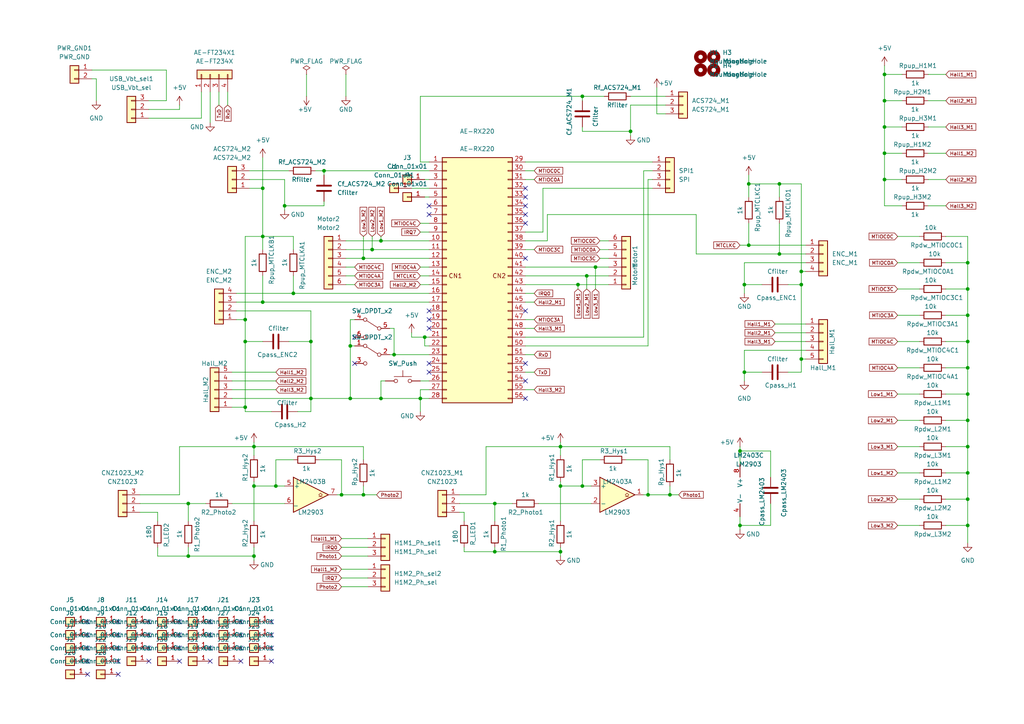
<source format=kicad_sch>
(kicad_sch (version 20211123) (generator eeschema)
  (paper "A4")
  (junction (at 168.91 27.94))
  (junction (at 215.9 82.55))
  (junction (at 256.54 44.45))
  (junction (at 280.67 106.68))
  (junction (at 214.63 152.4))
  (junction (at 143.51 160.02))
  (junction (at 187.96 143.51))
  (junction (at 232.41 104.14))
  (junction (at 105.41 143.51))
  (junction (at 162.56 160.02))
  (junction (at 71.12 118.11))
  (junction (at 121.92 115.57))
  (junction (at 101.6 115.57))
  (junction (at 73.66 140.97))
  (junction (at 110.49 115.57))
  (junction (at 280.67 114.3))
  (junction (at 280.67 121.92))
  (junction (at 93.98 49.53))
  (junction (at 123.19 97.79))
  (junction (at 280.67 129.54))
  (junction (at 194.31 143.51))
  (junction (at 82.55 59.69))
  (junction (at 217.17 71.12))
  (junction (at 280.67 91.44))
  (junction (at 80.01 140.97))
  (junction (at 280.67 152.4))
  (junction (at 143.51 146.05))
  (junction (at 256.54 29.21))
  (junction (at 76.2 87.63))
  (junction (at 232.41 78.74))
  (junction (at 90.17 115.57))
  (junction (at 73.66 161.29))
  (junction (at 232.41 82.55))
  (junction (at 54.61 146.05))
  (junction (at 280.67 99.06))
  (junction (at 162.56 140.97))
  (junction (at 280.67 144.78))
  (junction (at 280.67 137.16))
  (junction (at 226.06 53.34))
  (junction (at 54.61 161.29))
  (junction (at 90.17 99.06))
  (junction (at 215.9 107.95))
  (junction (at 172.72 77.47))
  (junction (at 280.67 83.82))
  (junction (at 110.49 69.85))
  (junction (at 167.64 82.55))
  (junction (at 101.6 100.33))
  (junction (at 256.54 21.59))
  (junction (at 226.06 73.66))
  (junction (at 71.12 92.71))
  (junction (at 162.56 129.54))
  (junction (at 256.54 52.07))
  (junction (at 256.54 36.83))
  (junction (at 168.91 140.97))
  (junction (at 71.12 99.06))
  (junction (at 76.2 54.61))
  (junction (at 280.67 76.2))
  (junction (at 114.3 102.87))
  (junction (at 73.66 129.54))
  (junction (at 214.63 130.81))
  (junction (at 170.18 80.01))
  (junction (at 182.88 38.1))
  (junction (at 105.41 74.93))
  (junction (at 217.17 53.34))
  (junction (at 107.95 72.39))
  (junction (at 76.2 68.58))
  (junction (at 85.09 85.09))
  (junction (at 99.06 143.51))
  (no_connect (at 78.74 184.15))
  (no_connect (at 25.4 195.58))
  (no_connect (at 60.96 184.15))
  (no_connect (at 25.4 191.77))
  (no_connect (at 102.87 97.79))
  (no_connect (at 78.74 191.77))
  (no_connect (at 34.29 195.58))
  (no_connect (at 25.4 187.96))
  (no_connect (at 52.07 180.34))
  (no_connect (at 152.4 59.69))
  (no_connect (at 69.85 191.77))
  (no_connect (at 43.18 180.34))
  (no_connect (at 34.29 180.34))
  (no_connect (at 69.85 180.34))
  (no_connect (at 25.4 180.34))
  (no_connect (at 52.07 191.77))
  (no_connect (at 152.4 57.15))
  (no_connect (at 124.46 59.69))
  (no_connect (at 124.46 105.41))
  (no_connect (at 124.46 107.95))
  (no_connect (at 124.46 90.17))
  (no_connect (at 124.46 92.71))
  (no_connect (at 124.46 95.25))
  (no_connect (at 152.4 90.17))
  (no_connect (at 152.4 105.41))
  (no_connect (at 152.4 110.49))
  (no_connect (at 152.4 115.57))
  (no_connect (at 124.46 62.23))
  (no_connect (at 152.4 62.23))
  (no_connect (at 152.4 64.77))
  (no_connect (at 152.4 74.93))
  (no_connect (at 34.29 184.15))
  (no_connect (at 34.29 191.77))
  (no_connect (at 78.74 187.96))
  (no_connect (at 69.85 187.96))
  (no_connect (at 52.07 184.15))
  (no_connect (at 152.4 54.61))
  (no_connect (at 43.18 191.77))
  (no_connect (at 69.85 184.15))
  (no_connect (at 78.74 180.34))
  (no_connect (at 60.96 191.77))
  (no_connect (at 43.18 187.96))
  (no_connect (at 102.87 105.41))
  (no_connect (at 25.4 184.15))
  (no_connect (at 34.29 187.96))
  (no_connect (at 43.18 184.15))
  (no_connect (at 60.96 187.96))
  (no_connect (at 60.96 180.34))
  (no_connect (at 52.07 187.96))
  (wire (pts (xy 80.01 133.35) (xy 80.01 140.97)))
  (wire (pts (xy 121.92 64.77) (xy 124.46 64.77)))
  (wire (pts (xy 280.67 137.16) (xy 280.67 144.78)))
  (wire (pts (xy 43.18 31.75) (xy 52.07 31.75)))
  (wire (pts (xy 52.07 129.54) (xy 73.66 129.54)))
  (wire (pts (xy 280.67 129.54) (xy 280.67 137.16)))
  (wire (pts (xy 88.9 21.59) (xy 88.9 27.94)))
  (wire (pts (xy 114.3 95.25) (xy 114.3 102.87)))
  (wire (pts (xy 123.19 52.07) (xy 124.46 52.07)))
  (wire (pts (xy 223.52 152.4) (xy 214.63 152.4)))
  (wire (pts (xy 67.31 110.49) (xy 80.01 110.49)))
  (wire (pts (xy 83.82 99.06) (xy 90.17 99.06)))
  (wire (pts (xy 68.58 90.17) (xy 90.17 90.17)))
  (wire (pts (xy 162.56 140.97) (xy 168.91 140.97)))
  (wire (pts (xy 101.6 100.33) (xy 102.87 100.33)))
  (wire (pts (xy 260.35 76.2) (xy 266.7 76.2)))
  (wire (pts (xy 260.35 106.68) (xy 266.7 106.68)))
  (wire (pts (xy 66.04 26.67) (xy 66.04 30.48)))
  (wire (pts (xy 152.4 69.85) (xy 158.75 69.85)))
  (wire (pts (xy 260.35 121.92) (xy 266.7 121.92)))
  (wire (pts (xy 45.72 158.75) (xy 45.72 161.29)))
  (wire (pts (xy 260.35 99.06) (xy 266.7 99.06)))
  (wire (pts (xy 223.52 146.05) (xy 223.52 152.4)))
  (wire (pts (xy 82.55 59.69) (xy 82.55 60.96)))
  (wire (pts (xy 54.61 158.75) (xy 54.61 161.29)))
  (wire (pts (xy 71.12 68.58) (xy 71.12 92.71)))
  (wire (pts (xy 233.68 101.6) (xy 215.9 101.6)))
  (wire (pts (xy 260.35 114.3) (xy 266.7 114.3)))
  (wire (pts (xy 152.4 77.47) (xy 172.72 77.47)))
  (wire (pts (xy 76.2 68.58) (xy 76.2 72.39)))
  (wire (pts (xy 99.06 170.18) (xy 106.68 170.18)))
  (wire (pts (xy 121.92 80.01) (xy 124.46 80.01)))
  (wire (pts (xy 233.68 76.2) (xy 215.9 76.2)))
  (wire (pts (xy 256.54 52.07) (xy 256.54 44.45)))
  (wire (pts (xy 280.67 68.58) (xy 280.67 76.2)))
  (wire (pts (xy 182.88 27.94) (xy 193.04 27.94)))
  (wire (pts (xy 99.06 167.64) (xy 106.68 167.64)))
  (wire (pts (xy 100.33 72.39) (xy 107.95 72.39)))
  (wire (pts (xy 280.67 99.06) (xy 280.67 106.68)))
  (wire (pts (xy 274.32 83.82) (xy 280.67 83.82)))
  (wire (pts (xy 189.23 49.53) (xy 186.69 49.53)))
  (wire (pts (xy 232.41 107.95) (xy 232.41 104.14)))
  (wire (pts (xy 226.06 57.15) (xy 226.06 53.34)))
  (wire (pts (xy 152.4 72.39) (xy 154.94 72.39)))
  (wire (pts (xy 80.01 140.97) (xy 82.55 140.97)))
  (wire (pts (xy 232.41 82.55) (xy 232.41 78.74)))
  (wire (pts (xy 121.92 113.03) (xy 124.46 113.03)))
  (wire (pts (xy 280.67 114.3) (xy 280.67 121.92)))
  (wire (pts (xy 261.62 59.69) (xy 256.54 59.69)))
  (wire (pts (xy 100.33 74.93) (xy 105.41 74.93)))
  (wire (pts (xy 73.66 158.75) (xy 73.66 161.29)))
  (wire (pts (xy 92.71 133.35) (xy 99.06 133.35)))
  (wire (pts (xy 54.61 161.29) (xy 73.66 161.29)))
  (wire (pts (xy 256.54 21.59) (xy 261.62 21.59)))
  (wire (pts (xy 152.4 102.87) (xy 154.94 102.87)))
  (wire (pts (xy 67.31 113.03) (xy 80.01 113.03)))
  (wire (pts (xy 260.35 152.4) (xy 266.7 152.4)))
  (wire (pts (xy 43.18 34.29) (xy 58.42 34.29)))
  (wire (pts (xy 72.39 52.07) (xy 82.55 52.07)))
  (wire (pts (xy 110.49 115.57) (xy 121.92 115.57)))
  (wire (pts (xy 215.9 82.55) (xy 220.98 82.55)))
  (wire (pts (xy 82.55 52.07) (xy 82.55 59.69)))
  (wire (pts (xy 215.9 101.6) (xy 215.9 107.95)))
  (wire (pts (xy 152.4 85.09) (xy 154.94 85.09)))
  (wire (pts (xy 186.69 49.53) (xy 186.69 97.79)))
  (wire (pts (xy 140.97 143.51) (xy 140.97 129.54)))
  (wire (pts (xy 93.98 49.53) (xy 93.98 50.8)))
  (wire (pts (xy 73.66 129.54) (xy 73.66 132.08)))
  (wire (pts (xy 280.67 121.92) (xy 280.67 129.54)))
  (wire (pts (xy 99.06 143.51) (xy 105.41 143.51)))
  (wire (pts (xy 121.92 67.31) (xy 124.46 67.31)))
  (wire (pts (xy 99.06 158.75) (xy 106.68 158.75)))
  (wire (pts (xy 194.31 143.51) (xy 196.85 143.51)))
  (wire (pts (xy 101.6 115.57) (xy 110.49 115.57)))
  (wire (pts (xy 232.41 78.74) (xy 232.41 53.34)))
  (wire (pts (xy 40.64 146.05) (xy 54.61 146.05)))
  (wire (pts (xy 110.49 110.49) (xy 110.49 115.57)))
  (wire (pts (xy 148.59 146.05) (xy 143.51 146.05)))
  (wire (pts (xy 187.96 52.07) (xy 187.96 100.33)))
  (wire (pts (xy 261.62 44.45) (xy 256.54 44.45)))
  (wire (pts (xy 280.67 144.78) (xy 280.67 152.4)))
  (wire (pts (xy 40.64 143.51) (xy 52.07 143.51)))
  (wire (pts (xy 73.66 129.54) (xy 105.41 129.54)))
  (wire (pts (xy 76.2 68.58) (xy 71.12 68.58)))
  (wire (pts (xy 121.92 113.03) (xy 121.92 115.57)))
  (wire (pts (xy 274.32 121.92) (xy 280.67 121.92)))
  (wire (pts (xy 274.32 129.54) (xy 280.67 129.54)))
  (wire (pts (xy 274.32 91.44) (xy 280.67 91.44)))
  (wire (pts (xy 162.56 158.75) (xy 162.56 160.02)))
  (wire (pts (xy 134.62 158.75) (xy 134.62 160.02)))
  (wire (pts (xy 228.6 82.55) (xy 232.41 82.55)))
  (wire (pts (xy 260.35 83.82) (xy 266.7 83.82)))
  (wire (pts (xy 274.32 144.78) (xy 280.67 144.78)))
  (wire (pts (xy 52.07 143.51) (xy 52.07 129.54)))
  (wire (pts (xy 256.54 44.45) (xy 256.54 36.83)))
  (wire (pts (xy 190.5 25.4) (xy 190.5 33.02)))
  (wire (pts (xy 143.51 158.75) (xy 143.51 160.02)))
  (wire (pts (xy 76.2 54.61) (xy 76.2 68.58)))
  (wire (pts (xy 26.67 20.32) (xy 48.26 20.32)))
  (wire (pts (xy 101.6 92.71) (xy 101.6 100.33)))
  (wire (pts (xy 162.56 129.54) (xy 162.56 132.08)))
  (wire (pts (xy 152.4 46.99) (xy 189.23 46.99)))
  (wire (pts (xy 101.6 100.33) (xy 101.6 115.57)))
  (wire (pts (xy 187.96 143.51) (xy 194.31 143.51)))
  (wire (pts (xy 152.4 80.01) (xy 170.18 80.01)))
  (wire (pts (xy 119.38 97.79) (xy 119.38 96.52)))
  (wire (pts (xy 119.38 54.61) (xy 124.46 54.61)))
  (wire (pts (xy 256.54 29.21) (xy 256.54 21.59)))
  (wire (pts (xy 93.98 58.42) (xy 93.98 59.69)))
  (wire (pts (xy 269.24 21.59) (xy 274.32 21.59)))
  (wire (pts (xy 124.46 110.49) (xy 121.92 110.49)))
  (wire (pts (xy 85.09 68.58) (xy 76.2 68.58)))
  (wire (pts (xy 280.67 106.68) (xy 280.67 114.3)))
  (wire (pts (xy 173.99 69.85) (xy 176.53 69.85)))
  (wire (pts (xy 280.67 91.44) (xy 280.67 99.06)))
  (wire (pts (xy 105.41 143.51) (xy 109.22 143.51)))
  (wire (pts (xy 168.91 38.1) (xy 182.88 38.1)))
  (wire (pts (xy 123.19 97.79) (xy 124.46 97.79)))
  (wire (pts (xy 173.99 133.35) (xy 168.91 133.35)))
  (wire (pts (xy 152.4 52.07) (xy 154.94 52.07)))
  (wire (pts (xy 274.32 68.58) (xy 280.67 68.58)))
  (wire (pts (xy 133.35 148.59) (xy 134.62 148.59)))
  (wire (pts (xy 40.64 148.59) (xy 45.72 148.59)))
  (wire (pts (xy 152.4 95.25) (xy 154.94 95.25)))
  (wire (pts (xy 186.69 143.51) (xy 187.96 143.51)))
  (wire (pts (xy 162.56 139.7) (xy 162.56 140.97)))
  (wire (pts (xy 224.79 96.52) (xy 233.68 96.52)))
  (wire (pts (xy 71.12 118.11) (xy 71.12 119.38)))
  (wire (pts (xy 226.06 53.34) (xy 232.41 53.34)))
  (wire (pts (xy 280.67 152.4) (xy 280.67 157.48)))
  (wire (pts (xy 158.75 62.23) (xy 201.93 62.23)))
  (wire (pts (xy 214.63 149.86) (xy 214.63 152.4)))
  (wire (pts (xy 71.12 119.38) (xy 78.74 119.38)))
  (wire (pts (xy 260.35 137.16) (xy 266.7 137.16)))
  (wire (pts (xy 97.79 143.51) (xy 99.06 143.51)))
  (wire (pts (xy 167.64 82.55) (xy 167.64 83.82)))
  (wire (pts (xy 82.55 59.69) (xy 93.98 59.69)))
  (wire (pts (xy 172.72 77.47) (xy 172.72 83.82)))
  (wire (pts (xy 274.32 76.2) (xy 280.67 76.2)))
  (wire (pts (xy 76.2 87.63) (xy 76.2 80.01)))
  (wire (pts (xy 256.54 19.05) (xy 256.54 21.59)))
  (wire (pts (xy 93.98 49.53) (xy 124.46 49.53)))
  (wire (pts (xy 143.51 160.02) (xy 162.56 160.02)))
  (wire (pts (xy 194.31 133.35) (xy 194.31 129.54)))
  (wire (pts (xy 90.17 99.06) (xy 90.17 115.57)))
  (wire (pts (xy 168.91 27.94) (xy 168.91 29.21)))
  (wire (pts (xy 256.54 36.83) (xy 256.54 29.21)))
  (wire (pts (xy 134.62 160.02) (xy 143.51 160.02)))
  (wire (pts (xy 269.24 52.07) (xy 274.32 52.07)))
  (wire (pts (xy 215.9 76.2) (xy 215.9 82.55)))
  (wire (pts (xy 182.88 30.48) (xy 182.88 38.1)))
  (wire (pts (xy 224.79 93.98) (xy 233.68 93.98)))
  (wire (pts (xy 214.63 130.81) (xy 214.63 134.62)))
  (wire (pts (xy 269.24 44.45) (xy 274.32 44.45)))
  (wire (pts (xy 105.41 68.58) (xy 105.41 74.93)))
  (wire (pts (xy 73.66 128.27) (xy 73.66 129.54)))
  (wire (pts (xy 100.33 21.59) (xy 100.33 27.94)))
  (wire (pts (xy 114.3 102.87) (xy 124.46 102.87)))
  (wire (pts (xy 91.44 49.53) (xy 93.98 49.53)))
  (wire (pts (xy 121.92 77.47) (xy 124.46 77.47)))
  (wire (pts (xy 173.99 74.93) (xy 176.53 74.93)))
  (wire (pts (xy 158.75 69.85) (xy 158.75 62.23)))
  (wire (pts (xy 63.5 26.67) (xy 63.5 30.48)))
  (wire (pts (xy 157.48 54.61) (xy 189.23 54.61)))
  (wire (pts (xy 214.63 130.81) (xy 223.52 130.81)))
  (wire (pts (xy 124.46 115.57) (xy 121.92 115.57)))
  (wire (pts (xy 162.56 160.02) (xy 162.56 161.29)))
  (wire (pts (xy 261.62 52.07) (xy 256.54 52.07)))
  (wire (pts (xy 274.32 137.16) (xy 280.67 137.16)))
  (wire (pts (xy 90.17 115.57) (xy 101.6 115.57)))
  (wire (pts (xy 152.4 100.33) (xy 187.96 100.33)))
  (wire (pts (xy 173.99 72.39) (xy 176.53 72.39)))
  (wire (pts (xy 168.91 36.83) (xy 168.91 38.1)))
  (wire (pts (xy 68.58 85.09) (xy 85.09 85.09)))
  (wire (pts (xy 110.49 68.58) (xy 110.49 69.85)))
  (wire (pts (xy 59.69 146.05) (xy 54.61 146.05)))
  (wire (pts (xy 140.97 129.54) (xy 162.56 129.54)))
  (wire (pts (xy 152.4 67.31) (xy 157.48 67.31)))
  (wire (pts (xy 214.63 152.4) (xy 214.63 153.67)))
  (wire (pts (xy 228.6 107.95) (xy 232.41 107.95)))
  (wire (pts (xy 76.2 45.72) (xy 76.2 54.61)))
  (wire (pts (xy 223.52 130.81) (xy 223.52 138.43)))
  (wire (pts (xy 72.39 49.53) (xy 83.82 49.53)))
  (wire (pts (xy 168.91 133.35) (xy 168.91 140.97)))
  (wire (pts (xy 214.63 129.54) (xy 214.63 130.81)))
  (wire (pts (xy 152.4 97.79) (xy 186.69 97.79)))
  (wire (pts (xy 260.35 144.78) (xy 266.7 144.78)))
  (wire (pts (xy 256.54 52.07) (xy 256.54 59.69)))
  (wire (pts (xy 260.35 91.44) (xy 266.7 91.44)))
  (wire (pts (xy 73.66 161.29) (xy 73.66 162.56)))
  (wire (pts (xy 43.18 29.21) (xy 48.26 29.21)))
  (wire (pts (xy 152.4 82.55) (xy 167.64 82.55)))
  (wire (pts (xy 71.12 99.06) (xy 71.12 118.11)))
  (wire (pts (xy 123.19 57.15) (xy 124.46 57.15)))
  (wire (pts (xy 100.33 77.47) (xy 102.87 77.47)))
  (wire (pts (xy 100.33 69.85) (xy 110.49 69.85)))
  (wire (pts (xy 73.66 140.97) (xy 80.01 140.97)))
  (wire (pts (xy 167.64 82.55) (xy 176.53 82.55)))
  (wire (pts (xy 162.56 140.97) (xy 162.56 151.13)))
  (wire (pts (xy 261.62 36.83) (xy 256.54 36.83)))
  (wire (pts (xy 68.58 92.71) (xy 71.12 92.71)))
  (wire (pts (xy 133.35 143.51) (xy 140.97 143.51)))
  (wire (pts (xy 233.68 78.74) (xy 232.41 78.74)))
  (wire (pts (xy 269.24 59.69) (xy 274.32 59.69)))
  (wire (pts (xy 67.31 107.95) (xy 80.01 107.95)))
  (wire (pts (xy 134.62 148.59) (xy 134.62 151.13)))
  (wire (pts (xy 181.61 133.35) (xy 187.96 133.35)))
  (wire (pts (xy 215.9 107.95) (xy 215.9 110.49)))
  (wire (pts (xy 99.06 156.21) (xy 106.68 156.21)))
  (wire (pts (xy 217.17 71.12) (xy 233.68 71.12)))
  (wire (pts (xy 119.38 97.79) (xy 123.19 97.79)))
  (wire (pts (xy 86.36 119.38) (xy 90.17 119.38)))
  (wire (pts (xy 100.33 82.55) (xy 102.87 82.55)))
  (wire (pts (xy 193.04 30.48) (xy 182.88 30.48)))
  (wire (pts (xy 100.33 80.01) (xy 102.87 80.01)))
  (wire (pts (xy 194.31 140.97) (xy 194.31 143.51)))
  (wire (pts (xy 121.92 115.57) (xy 121.92 119.38)))
  (wire (pts (xy 152.4 92.71) (xy 154.94 92.71)))
  (wire (pts (xy 152.4 87.63) (xy 154.94 87.63)))
  (wire (pts (xy 113.03 95.25) (xy 114.3 95.25)))
  (wire (pts (xy 172.72 77.47) (xy 176.53 77.47)))
  (wire (pts (xy 27.94 22.86) (xy 27.94 29.21)))
  (wire (pts (xy 157.48 67.31) (xy 157.48 54.61)))
  (wire (pts (xy 168.91 140.97) (xy 171.45 140.97)))
  (wire (pts (xy 168.91 27.94) (xy 121.92 27.94)))
  (wire (pts (xy 175.26 27.94) (xy 168.91 27.94)))
  (wire (pts (xy 156.21 146.05) (xy 171.45 146.05)))
  (wire (pts (xy 85.09 85.09) (xy 124.46 85.09)))
  (wire (pts (xy 72.39 54.61) (xy 76.2 54.61)))
  (wire (pts (xy 170.18 80.01) (xy 176.53 80.01)))
  (wire (pts (xy 123.19 97.79) (xy 123.19 100.33)))
  (wire (pts (xy 99.06 161.29) (xy 106.68 161.29)))
  (wire (pts (xy 111.76 110.49) (xy 110.49 110.49)))
  (wire (pts (xy 217.17 50.8) (xy 217.17 53.34)))
  (wire (pts (xy 280.67 83.82) (xy 280.67 91.44)))
  (wire (pts (xy 85.09 72.39) (xy 85.09 68.58)))
  (wire (pts (xy 152.4 107.95) (xy 154.94 107.95)))
  (wire (pts (xy 133.35 146.05) (xy 143.51 146.05)))
  (wire (pts (xy 90.17 119.38) (xy 90.17 115.57)))
  (wire (pts (xy 124.46 100.33) (xy 123.19 100.33)))
  (wire (pts (xy 121.92 27.94) (xy 121.92 46.99)))
  (wire (pts (xy 67.31 115.57) (xy 90.17 115.57)))
  (wire (pts (xy 226.06 73.66) (xy 233.68 73.66)))
  (wire (pts (xy 162.56 129.54) (xy 194.31 129.54)))
  (wire (pts (xy 71.12 99.06) (xy 76.2 99.06)))
  (wire (pts (xy 182.88 38.1) (xy 182.88 39.37)))
  (wire (pts (xy 85.09 85.09) (xy 85.09 80.01)))
  (wire (pts (xy 45.72 161.29) (xy 54.61 161.29)))
  (wire (pts (xy 121.92 82.55) (xy 124.46 82.55)))
  (wire (pts (xy 90.17 90.17) (xy 90.17 99.06)))
  (wire (pts (xy 54.61 146.05) (xy 54.61 151.13)))
  (wire (pts (xy 48.26 20.32) (xy 48.26 29.21)))
  (wire (pts (xy 52.07 30.48) (xy 52.07 31.75)))
  (wire (pts (xy 201.93 62.23) (xy 201.93 73.66)))
  (wire (pts (xy 99.06 165.1) (xy 106.68 165.1)))
  (wire (pts (xy 68.58 87.63) (xy 76.2 87.63)))
  (wire (pts (xy 261.62 29.21) (xy 256.54 29.21)))
  (wire (pts (xy 201.93 73.66) (xy 226.06 73.66)))
  (wire (pts (xy 107.95 72.39) (xy 124.46 72.39)))
  (wire (pts (xy 170.18 80.01) (xy 170.18 83.82)))
  (wire (pts (xy 76.2 87.63) (xy 124.46 87.63)))
  (wire (pts (xy 105.41 140.97) (xy 105.41 143.51)))
  (wire (pts (xy 187.96 133.35) (xy 187.96 143.51)))
  (wire (pts (xy 269.24 36.83) (xy 274.32 36.83)))
  (wire (pts (xy 162.56 128.27) (xy 162.56 129.54)))
  (wire (pts (xy 226.06 53.34) (xy 217.17 53.34)))
  (wire (pts (xy 260.35 68.58) (xy 266.7 68.58)))
  (wire (pts (xy 73.66 140.97) (xy 73.66 151.13)))
  (wire (pts (xy 58.42 26.67) (xy 58.42 34.29)))
  (wire (pts (xy 187.96 52.07) (xy 189.23 52.07)))
  (wire (pts (xy 67.31 146.05) (xy 82.55 146.05)))
  (wire (pts (xy 224.79 99.06) (xy 233.68 99.06)))
  (wire (pts (xy 60.96 26.67) (xy 60.96 35.56)))
  (wire (pts (xy 217.17 64.77) (xy 217.17 71.12)))
  (wire (pts (xy 124.46 46.99) (xy 121.92 46.99)))
  (wire (pts (xy 217.17 53.34) (xy 217.17 57.15)))
  (wire (pts (xy 105.41 74.93) (xy 124.46 74.93)))
  (wire (pts (xy 107.95 68.58) (xy 107.95 72.39)))
  (wire (pts (xy 215.9 107.95) (xy 220.98 107.95)))
  (wire (pts (xy 269.24 29.21) (xy 274.32 29.21)))
  (wire (pts (xy 233.68 104.14) (xy 232.41 104.14)))
  (wire (pts (xy 71.12 118.11) (xy 67.31 118.11)))
  (wire (pts (xy 105.41 133.35) (xy 105.41 129.54)))
  (wire (pts (xy 152.4 49.53) (xy 154.94 49.53)))
  (wire (pts (xy 26.67 22.86) (xy 27.94 22.86)))
  (wire (pts (xy 274.32 106.68) (xy 280.67 106.68)))
  (wire (pts (xy 45.72 148.59) (xy 45.72 151.13)))
  (wire (pts (xy 113.03 102.87) (xy 114.3 102.87)))
  (wire (pts (xy 215.9 82.55) (xy 215.9 85.09)))
  (wire (pts (xy 280.67 76.2) (xy 280.67 83.82)))
  (wire (pts (xy 190.5 33.02) (xy 193.04 33.02)))
  (wire (pts (xy 110.49 69.85) (xy 124.46 69.85)))
  (wire (pts (xy 73.66 139.7) (xy 73.66 140.97)))
  (wire (pts (xy 102.87 92.71) (xy 101.6 92.71)))
  (wire (pts (xy 214.63 71.12) (xy 217.17 71.12)))
  (wire (pts (xy 71.12 92.71) (xy 71.12 99.06)))
  (wire (pts (xy 274.32 99.06) (xy 280.67 99.06)))
  (wire (pts (xy 152.4 113.03) (xy 154.94 113.03)))
  (wire (pts (xy 274.32 114.3) (xy 280.67 114.3)))
  (wire (pts (xy 99.06 133.35) (xy 99.06 143.51)))
  (wire (pts (xy 260.35 129.54) (xy 266.7 129.54)))
  (wire (pts (xy 226.06 64.77) (xy 226.06 73.66)))
  (wire (pts (xy 274.32 152.4) (xy 280.67 152.4)))
  (wire (pts (xy 143.51 146.05) (xy 143.51 151.13)))
  (wire (pts (xy 85.09 133.35) (xy 80.01 133.35)))
  (wire (pts (xy 232.41 104.14) (xy 232.41 82.55)))
  (global_label "Photo1" (shape input) (at 196.85 143.51 0) (effects (font (size 1 1))) (property "Intersheet References" "${INTERSHEET_REFS}" (effects hide)))
  (global_label "IRQ7" (shape input) (at 121.92 67.31 180) (effects (font (size 1 1))) (property "Intersheet References" "${INTERSHEET_REFS}" (effects hide)))
  (global_label "Hall3_M1" (shape input) (at 224.79 99.06 180) (effects (font (size 1 1))) (property "Intersheet References" "${INTERSHEET_REFS}" (effects hide)))
  (global_label "MTIOC4A" (shape input) (at 260.35 106.68 180) (effects (font (size 1 1))) (property "Intersheet References" "${INTERSHEET_REFS}" (effects hide)))
  (global_label "Hall1_M1" (shape input) (at 99.06 156.21 180) (effects (font (size 1 1))) (property "Intersheet References" "${INTERSHEET_REFS}" (effects hide)))
  (global_label "Hall1_M2" (shape input) (at 80.01 107.95 0) (effects (font (size 1 1))) (property "Intersheet References" "${INTERSHEET_REFS}" (effects hide)))
  (global_label "IRQ0" (shape input) (at 99.06 158.75 180) (effects (font (size 1 1))) (property "Intersheet References" "${INTERSHEET_REFS}" (effects hide)))
  (global_label "Low3_M1" (shape input) (at 260.35 129.54 180) (effects (font (size 1 1))) (property "Intersheet References" "${INTERSHEET_REFS}" (effects hide)))
  (global_label "MTIOC3C" (shape input) (at 154.94 72.39 0) (effects (font (size 1 1))) (property "Intersheet References" "${INTERSHEET_REFS}" (effects hide)))
  (global_label "Photo2" (shape input) (at 109.22 143.51 0) (effects (font (size 1 1))) (property "Intersheet References" "${INTERSHEET_REFS}" (effects hide)))
  (global_label "MTIOC3A" (shape input) (at 154.94 92.71 0) (effects (font (size 1 1))) (property "Intersheet References" "${INTERSHEET_REFS}" (effects hide)))
  (global_label "Low3_M2" (shape input) (at 105.41 68.58 90) (effects (font (size 1 1))) (property "Intersheet References" "${INTERSHEET_REFS}" (effects hide)))
  (global_label "Low1_M1" (shape input) (at 260.35 114.3 180) (effects (font (size 1 1))) (property "Intersheet References" "${INTERSHEET_REFS}" (effects hide)))
  (global_label "Low2_M1" (shape input) (at 260.35 121.92 180) (effects (font (size 1 1))) (property "Intersheet References" "${INTERSHEET_REFS}" (effects hide)))
  (global_label "Low3_M2" (shape input) (at 260.35 152.4 180) (effects (font (size 1 1))) (property "Intersheet References" "${INTERSHEET_REFS}" (effects hide)))
  (global_label "MTIOC0C" (shape input) (at 173.99 69.85 180) (effects (font (size 1 1))) (property "Intersheet References" "${INTERSHEET_REFS}" (effects hide)))
  (global_label "MTIOC3C" (shape input) (at 260.35 83.82 180) (effects (font (size 1 1))) (property "Intersheet References" "${INTERSHEET_REFS}" (effects hide)))
  (global_label "RxD" (shape input) (at 66.04 30.48 270) (effects (font (size 1 1))) (property "Intersheet References" "${INTERSHEET_REFS}" (effects hide)))
  (global_label "Hall3_M1" (shape input) (at 154.94 95.25 0) (effects (font (size 1 1))) (property "Intersheet References" "${INTERSHEET_REFS}" (effects hide)))
  (global_label "Hall2_M1" (shape input) (at 154.94 87.63 0) (effects (font (size 1 1))) (property "Intersheet References" "${INTERSHEET_REFS}" (effects hide)))
  (global_label "Hall3_M1" (shape input) (at 274.32 36.83 0) (effects (font (size 1 1))) (property "Intersheet References" "${INTERSHEET_REFS}" (effects hide)))
  (global_label "IRQ7" (shape input) (at 99.06 167.64 180) (effects (font (size 1 1))) (property "Intersheet References" "${INTERSHEET_REFS}" (effects hide)))
  (global_label "Low2_M1" (shape input) (at 170.18 83.82 270) (effects (font (size 1 1))) (property "Intersheet References" "${INTERSHEET_REFS}" (effects hide)))
  (global_label "MTIOC0A" (shape input) (at 173.99 72.39 180) (effects (font (size 1 1))) (property "Intersheet References" "${INTERSHEET_REFS}" (effects hide)))
  (global_label "Low1_M1" (shape input) (at 167.64 83.82 270) (effects (font (size 1 1))) (property "Intersheet References" "${INTERSHEET_REFS}" (effects hide)))
  (global_label "Hall2_M2" (shape input) (at 121.92 82.55 180) (effects (font (size 1 1))) (property "Intersheet References" "${INTERSHEET_REFS}" (effects hide)))
  (global_label "Photo1" (shape input) (at 99.06 161.29 180) (effects (font (size 1 1))) (property "Intersheet References" "${INTERSHEET_REFS}" (effects hide)))
  (global_label "Hall1_M2" (shape input) (at 99.06 165.1 180) (effects (font (size 1 1))) (property "Intersheet References" "${INTERSHEET_REFS}" (effects hide)))
  (global_label "TxD" (shape input) (at 154.94 107.95 0) (effects (font (size 1 1))) (property "Intersheet References" "${INTERSHEET_REFS}" (effects hide)))
  (global_label "MTIOC4C" (shape input) (at 121.92 64.77 180) (effects (font (size 1 1))) (property "Intersheet References" "${INTERSHEET_REFS}" (effects hide)))
  (global_label "MTIOC0C" (shape input) (at 260.35 68.58 180) (effects (font (size 1 1))) (property "Intersheet References" "${INTERSHEET_REFS}" (effects hide)))
  (global_label "IRQ0" (shape input) (at 154.94 85.09 0) (effects (font (size 1 1))) (property "Intersheet References" "${INTERSHEET_REFS}" (effects hide)))
  (global_label "Hall3_M2" (shape input) (at 154.94 113.03 0) (effects (font (size 1 1))) (property "Intersheet References" "${INTERSHEET_REFS}" (effects hide)))
  (global_label "MTIOC3A" (shape input) (at 102.87 82.55 0) (effects (font (size 1 1))) (property "Intersheet References" "${INTERSHEET_REFS}" (effects hide)))
  (global_label "MTIOC4C" (shape input) (at 102.87 77.47 0) (effects (font (size 1 1))) (property "Intersheet References" "${INTERSHEET_REFS}" (effects hide)))
  (global_label "Hall1_M2" (shape input) (at 274.32 44.45 0) (effects (font (size 1 1))) (property "Intersheet References" "${INTERSHEET_REFS}" (effects hide)))
  (global_label "Low2_M2" (shape input) (at 107.95 68.58 90) (effects (font (size 1 1))) (property "Intersheet References" "${INTERSHEET_REFS}" (effects hide)))
  (global_label "MTIOC3C" (shape input) (at 173.99 74.93 180) (effects (font (size 1 1))) (property "Intersheet References" "${INTERSHEET_REFS}" (effects hide)))
  (global_label "MTIOC0A" (shape input) (at 260.35 76.2 180) (effects (font (size 1 1))) (property "Intersheet References" "${INTERSHEET_REFS}" (effects hide)))
  (global_label "Low1_M2" (shape input) (at 260.35 137.16 180) (effects (font (size 1 1))) (property "Intersheet References" "${INTERSHEET_REFS}" (effects hide)))
  (global_label "Hall2_M2" (shape input) (at 274.32 52.07 0) (effects (font (size 1 1))) (property "Intersheet References" "${INTERSHEET_REFS}" (effects hide)))
  (global_label "Hall2_M1" (shape input) (at 224.79 96.52 180) (effects (font (size 1 1))) (property "Intersheet References" "${INTERSHEET_REFS}" (effects hide)))
  (global_label "MTIOC3A" (shape input) (at 260.35 91.44 180) (effects (font (size 1 1))) (property "Intersheet References" "${INTERSHEET_REFS}" (effects hide)))
  (global_label "Low1_M2" (shape input) (at 110.49 68.58 90) (effects (font (size 1 1))) (property "Intersheet References" "${INTERSHEET_REFS}" (effects hide)))
  (global_label "Hall3_M2" (shape input) (at 80.01 113.03 0) (effects (font (size 1 1))) (property "Intersheet References" "${INTERSHEET_REFS}" (effects hide)))
  (global_label "MTIOC0A" (shape input) (at 154.94 52.07 0) (effects (font (size 1 1))) (property "Intersheet References" "${INTERSHEET_REFS}" (effects hide)))
  (global_label "Hall2_M2" (shape input) (at 80.01 110.49 0) (effects (font (size 1 1))) (property "Intersheet References" "${INTERSHEET_REFS}" (effects hide)))
  (global_label "Photo2" (shape input) (at 99.06 170.18 180) (effects (font (size 1 1))) (property "Intersheet References" "${INTERSHEET_REFS}" (effects hide)))
  (global_label "Hall3_M2" (shape input) (at 274.32 59.69 0) (effects (font (size 1 1))) (property "Intersheet References" "${INTERSHEET_REFS}" (effects hide)))
  (global_label "Hall2_M1" (shape input) (at 274.32 29.21 0) (effects (font (size 1 1))) (property "Intersheet References" "${INTERSHEET_REFS}" (effects hide)))
  (global_label "RxD" (shape input) (at 154.94 102.87 0) (effects (font (size 1 1))) (property "Intersheet References" "${INTERSHEET_REFS}" (effects hide)))
  (global_label "TxD" (shape input) (at 63.5 30.48 270) (effects (font (size 1 1))) (property "Intersheet References" "${INTERSHEET_REFS}" (effects hide)))
  (global_label "MTCLKC" (shape input) (at 121.92 80.01 180) (effects (font (size 1 1))) (property "Intersheet References" "${INTERSHEET_REFS}" (effects hide)))
  (global_label "Low2_M2" (shape input) (at 260.35 144.78 180) (effects (font (size 1 1))) (property "Intersheet References" "${INTERSHEET_REFS}" (effects hide)))
  (global_label "MTIOC0C" (shape input) (at 154.94 49.53 0) (effects (font (size 1 1))) (property "Intersheet References" "${INTERSHEET_REFS}" (effects hide)))
  (global_label "MTIOC4A" (shape input) (at 102.87 80.01 0) (effects (font (size 1 1))) (property "Intersheet References" "${INTERSHEET_REFS}" (effects hide)))
  (global_label "MTIOC4C" (shape input) (at 260.35 99.06 180) (effects (font (size 1 1))) (property "Intersheet References" "${INTERSHEET_REFS}" (effects hide)))
  (global_label "Hall1_M1" (shape input) (at 224.79 93.98 180) (effects (font (size 1 1))) (property "Intersheet References" "${INTERSHEET_REFS}" (effects hide)))
  (global_label "MTCLKC" (shape input) (at 214.63 71.12 180) (effects (font (size 1 1))) (property "Intersheet References" "${INTERSHEET_REFS}" (effects hide)))
  (global_label "MTIOC4A" (shape input) (at 121.92 77.47 180) (effects (font (size 1 1))) (property "Intersheet References" "${INTERSHEET_REFS}" (effects hide)))
  (global_label "Low3_M1" (shape input) (at 172.72 83.82 270) (effects (font (size 1 1))) (property "Intersheet References" "${INTERSHEET_REFS}" (effects hide)))
  (global_label "Hall1_M1" (shape input) (at 274.32 21.59 0) (effects (font (size 1 1))) (property "Intersheet References" "${INTERSHEET_REFS}" (effects hide)))
  (symbol (lib_id "power:GND") (at 215.9 85.09 0) (unit 1)
    (property "Reference" "#PWR0110" (effects hide))
    (property "Value" "GND" (at 215.9 88.9 0))
  )
  (symbol (lib_id "Device:R") (at 179.07 27.94 90) (unit 1)
    (property "Reference" "Rf_ACS724_M1" (at 179.07 25.4 90))
    (property "Value" "Rfilter" (at 179.07 30.48 90))
    (property "Footprint" "Resistor_THT:R_Axial_DIN0207_L6.3mm_D2.5mm_P2.54mm_Vertical" (effects hide))
  )
  (symbol (lib_id "Connector_Generic:Conn_01x01") (at 20.32 187.96 180) (unit 1)
    (property "Reference" "J7" (at 20.32 181.61 0))
    (property "Value" "Conn_01x01" (at 20.32 184.15 0))
    (property "Footprint" "TestPoint:TestPoint_THTPad_D1.5mm_Drill0.7mm" (effects hide))
  )
  (symbol (lib_id "Connector_Generic:Conn_01x01") (at 46.99 191.77 180) (unit 1)
    (property "Reference" "J30" (at 46.99 185.42 0))
    (property "Value" "Conn_01x01" (at 46.99 187.96 0))
    (property "Footprint" "TestPoint:TestPoint_THTPad_D1.5mm_Drill0.7mm" (effects hide))
  )
  (symbol (lib_id "Connector_Generic:Conn_01x03") (at 198.12 30.48 0) (unit 1)
    (property "Reference" "ACS724_M1" (at 200.66 29.2099 0) (effects (justify left)))
    (property "Value" "ACS724_M1" (at 200.66 31.7499 0) (effects (justify left)))
    (property "Footprint" "Connector_JST:JST_XH_B3B-XH-A_1x03_P2.50mm_Vertical" (effects hide))
  )
  (symbol (lib_id "power:+5V") (at 217.17 50.8 0) (unit 1)
    (property "Reference" "#PWR0109" (effects hide))
    (property "Value" "+5V" (at 217.17 45.72 0))
  )
  (symbol (lib_id "Device:C") (at 80.01 99.06 90) (unit 1)
    (property "Reference" "Cpass_ENC2" (at 86.36 102.87 90) (effects (justify left)))
    (property "Value" "Cfilter" (at 83.82 95.25 90) (effects (justify left)))
    (property "Footprint" "Capacitor_THT:C_Disc_D3.0mm_W2.0mm_P2.50mm" (effects hide))
  )
  (symbol (lib_id "Connector_Generic:Conn_01x01") (at 29.21 195.58 180) (unit 1)
    (property "Reference" "J26" (at 29.21 189.23 0))
    (property "Value" "Conn_01x01" (at 29.21 191.77 0))
    (property "Footprint" "TestPoint:TestPoint_THTPad_D1.5mm_Drill0.7mm" (effects hide))
  )
  (symbol (lib_id "power:GND") (at 82.55 60.96 0) (unit 1)
    (property "Reference" "#PWR0103" (effects hide))
    (property "Value" "GND" (at 86.36 62.23 0))
  )
  (symbol (lib_id "Connector_Generic:Conn_01x04") (at 238.76 73.66 0) (unit 1)
    (property "Reference" "ENC_M1" (at 241.3 73.6599 0) (effects (justify left)))
    (property "Value" "ENC_M1" (at 241.3 76.1999 0) (effects (justify left)))
    (property "Footprint" "Connector_JST:JST_XH_B4B-XH-A_1x04_P2.50mm_Vertical" (effects hide))
  )
  (symbol (lib_id "power:GND") (at 280.67 157.48 0) (unit 1)
    (property "Reference" "#PWR0104" (effects hide))
    (property "Value" "GND" (at 280.67 162.56 0))
  )
  (symbol (lib_id "Connector_Generic:Conn_01x03") (at 111.76 158.75 0) (unit 1)
    (property "Reference" "H1M1_Ph_sel1" (at 114.3 157.4799 0) (effects (justify left)))
    (property "Value" "H1M1_Ph_sel" (at 114.3 160.0199 0) (effects (justify left)))
    (property "Footprint" "Connector_PinHeader_2.54mm:PinHeader_1x03_P2.54mm_Vertical" (effects hide))
  )
  (symbol (lib_id "power:GND") (at 60.96 35.56 0) (unit 1)
    (property "Reference" "#PWR0106" (effects hide))
    (property "Value" "GND" (at 57.15 36.83 0))
  )
  (symbol (lib_id "power:PWR_FLAG") (at 88.9 21.59 0) (unit 1)
    (property "Reference" "#FLG0102" (effects hide))
    (property "Value" "PWR_FLAG" (at 88.9 17.78 0))
  )
  (symbol (lib_id "Connector_Generic:Conn_01x01") (at 29.21 180.34 180) (unit 1)
    (property "Reference" "J8" (at 29.21 173.99 0))
    (property "Value" "Conn_01x01" (at 29.21 176.53 0))
    (property "Footprint" "TestPoint:TestPoint_THTPad_D1.5mm_Drill0.7mm" (effects hide))
  )
  (symbol (lib_id "Connector_Generic:Conn_01x01") (at 46.99 180.34 180) (unit 1)
    (property "Reference" "J14" (at 46.99 173.99 0))
    (property "Value" "Conn_01x01" (at 46.99 176.53 0))
    (property "Footprint" "TestPoint:TestPoint_THTPad_D1.5mm_Drill0.7mm" (effects hide))
  )
  (symbol (lib_id "Device:R") (at 162.56 154.94 0) (unit 1)
    (property "Reference" "R2_Hys1" (at 160.02 158.75 90) (effects (justify left)))
    (property "Value" "1k" (at 165.1 156.2099 90) (effects (justify left)))
    (property "Footprint" "Resistor_THT:R_Axial_DIN0207_L6.3mm_D2.5mm_P2.54mm_Vertical" (effects hide))
  )
  (symbol (lib_id "Device:R") (at 270.51 91.44 90) (unit 1)
    (property "Reference" "Rpdw_MTIOC3A1" (at 278.13 93.98 90) (effects (justify left)))
    (property "Value" "10k" (at 271.78 88.9 90) (effects (justify left)))
    (property "Footprint" "Resistor_THT:R_Axial_DIN0207_L6.3mm_D2.5mm_P2.54mm_Vertical" (effects hide))
  )
  (symbol (lib_id "Connector_Generic:Conn_01x01") (at 38.1 184.15 180) (unit 1)
    (property "Reference" "J12" (at 38.1 177.8 0))
    (property "Value" "Conn_01x01" (at 38.1 180.34 0))
    (property "Footprint" "TestPoint:TestPoint_THTPad_D1.5mm_Drill0.7mm" (effects hide))
  )
  (symbol (lib_id "Device:R") (at 162.56 135.89 0) (unit 1)
    (property "Reference" "R1_Hys1" (at 160.02 139.7 90) (effects (justify left)))
    (property "Value" "1k" (at 165.1 137.1599 90) (effects (justify left)))
    (property "Footprint" "Resistor_THT:R_Axial_DIN0207_L6.3mm_D2.5mm_P2.54mm_Vertical" (effects hide))
  )
  (symbol (lib_id "power:GND") (at 121.92 119.38 0) (unit 1)
    (property "Reference" "#PWR0101" (effects hide))
    (property "Value" "GND" (at 118.11 120.65 0))
  )
  (symbol (lib_id "power:+5V") (at 162.56 128.27 0) (unit 1)
    (property "Reference" "#PWR0119" (effects hide))
    (property "Value" "+5V" (at 158.75 127 0))
  )
  (symbol (lib_id "Device:C") (at 224.79 107.95 90) (unit 1)
    (property "Reference" "Cpass_H1" (at 231.14 111.76 90) (effects (justify left)))
    (property "Value" "Cfilter" (at 228.6 104.14 90) (effects (justify left)))
    (property "Footprint" "Capacitor_THT:C_Disc_D3.0mm_W2.0mm_P2.50mm" (effects hide))
  )
  (symbol (lib_id "Device:R") (at 270.51 129.54 270) (unit 1)
    (property "Reference" "Rpdw_L3M1" (at 270.51 132.08 90))
    (property "Value" "10k" (at 270.51 127 90))
    (property "Footprint" "Resistor_THT:R_Axial_DIN0207_L6.3mm_D2.5mm_P2.54mm_Vertical" (effects hide))
  )
  (symbol (lib_id "Device:R") (at 134.62 154.94 180) (unit 1)
    (property "Reference" "R_LED1" (at 137.16 151.13 90) (effects (justify left)))
    (property "Value" "180" (at 132.08 153.6701 90) (effects (justify left)))
    (property "Footprint" "Resistor_THT:R_Axial_DIN0207_L6.3mm_D2.5mm_P2.54mm_Vertical" (effects hide))
  )
  (symbol (lib_id "Connector_Generic:Conn_01x01") (at 20.32 180.34 180) (unit 1)
    (property "Reference" "J5" (at 20.32 173.99 0))
    (property "Value" "Conn_01x01" (at 20.32 176.53 0))
    (property "Footprint" "TestPoint:TestPoint_THTPad_D1.5mm_Drill0.7mm" (effects hide))
  )
  (symbol (lib_id "Connector_Generic:Conn_01x01") (at 55.88 187.96 180) (unit 1)
    (property "Reference" "J19" (at 55.88 181.61 0))
    (property "Value" "Conn_01x01" (at 55.88 184.15 0))
    (property "Footprint" "TestPoint:TestPoint_THTPad_D1.5mm_Drill0.7mm" (effects hide))
  )
  (symbol (lib_id "Device:R") (at 265.43 44.45 270) (unit 1)
    (property "Reference" "Rpup_H1M2" (at 259.08 41.91 90) (effects (justify left)))
    (property "Value" "1k" (at 264.1601 46.99 90) (effects (justify left)))
    (property "Footprint" "Resistor_THT:R_Axial_DIN0207_L6.3mm_D2.5mm_P2.54mm_Vertical" (effects hide))
  )
  (symbol (lib_id "Device:R") (at 54.61 154.94 180) (unit 1)
    (property "Reference" "R1_Photo2" (at 57.15 149.86 90) (effects (justify left)))
    (property "Value" "1k" (at 52.07 153.6701 90) (effects (justify left)))
    (property "Footprint" "Resistor_THT:R_Axial_DIN0207_L6.3mm_D2.5mm_P2.54mm_Vertical" (effects hide))
  )
  (symbol (lib_id "Connector_Generic:Conn_01x01") (at 55.88 180.34 180) (unit 1)
    (property "Reference" "J17" (at 55.88 173.99 0))
    (property "Value" "Conn_01x01" (at 55.88 176.53 0))
    (property "Footprint" "TestPoint:TestPoint_THTPad_D1.5mm_Drill0.7mm" (effects hide))
  )
  (symbol (lib_id "Device:R") (at 270.51 152.4 270) (unit 1)
    (property "Reference" "Rpdw_L3M2" (at 270.51 154.94 90))
    (property "Value" "10k" (at 270.51 149.86 90))
    (property "Footprint" "Resistor_THT:R_Axial_DIN0207_L6.3mm_D2.5mm_P2.54mm_Vertical" (effects hide))
  )
  (symbol (lib_id "Mechanical:MountingHole") (at 203.2 16.51 0) (unit 1)
    (property "Reference" "H1" (at 205.74 15.2399 0) (effects (justify left)))
    (property "Value" "MountingHole" (at 205.74 17.7799 0) (effects (justify left)))
    (property "Footprint" "MountingHole:MountingHole_3.2mm_M3" (effects hide))
  )
  (symbol (lib_id "power:GND") (at 162.56 161.29 0) (unit 1)
    (property "Reference" "#PWR0120" (effects hide))
    (property "Value" "GND" (at 166.37 162.56 0))
  )
  (symbol (lib_id "Device:R") (at 270.51 83.82 90) (unit 1)
    (property "Reference" "Rpdw_MTIOC3C1" (at 279.4 86.36 90) (effects (justify left)))
    (property "Value" "10k" (at 271.78 81.28 90) (effects (justify left)))
    (property "Footprint" "Resistor_THT:R_Axial_DIN0207_L6.3mm_D2.5mm_P2.54mm_Vertical" (effects hide))
  )
  (symbol (lib_id "Device:R") (at 265.43 21.59 90) (mirror x) (unit 1)
    (property "Reference" "Rpup_H1M1" (at 271.78 19.05 90) (effects (justify left)))
    (property "Value" "1k" (at 266.6999 24.13 90) (effects (justify left)))
    (property "Footprint" "Resistor_THT:R_Axial_DIN0207_L6.3mm_D2.5mm_P2.54mm_Vertical" (effects hide))
  )
  (symbol (lib_id "power:+5V") (at 190.5 25.4 0) (unit 1)
    (property "Reference" "#PWR0107" (effects hide))
    (property "Value" "+5V" (at 193.04 24.13 0))
  )
  (symbol (lib_id "Comparator:LM2903") (at 217.17 142.24 0) (unit 3)
    (property "Reference" "LM2403" (at 217.17 132.08 0))
    (property "Value" "LM2903" (at 217.17 134.62 0))
    (property "Footprint" "Package_DIP:DIP-8_W7.62mm" (effects hide))
    (property "Datasheet" "http://www.ti.com/lit/ds/symlink/lm393.pdf" (effects hide))
  )
  (symbol (lib_id "Device:C") (at 93.98 54.61 0) (unit 1)
    (property "Reference" "Cf_ACS724_M2" (at 97.79 53.3399 0) (effects (justify left)))
    (property "Value" "Cfilter" (at 97.79 55.8799 0) (effects (justify left)))
    (property "Footprint" "Capacitor_THT:C_Disc_D3.0mm_W2.0mm_P2.50mm" (effects hide))
  )
  (symbol (lib_id "Connector_Generic:Conn_01x01") (at 64.77 184.15 180) (unit 1)
    (property "Reference" "J27" (at 64.77 177.8 0))
    (property "Value" "Conn_01x01" (at 64.77 180.34 0))
    (property "Footprint" "TestPoint:TestPoint_THTPad_D1.5mm_Drill0.7mm" (effects hide))
  )
  (symbol (lib_id "Connector_Generic:Conn_01x01") (at 118.11 52.07 180) (unit 1)
    (property "Reference" "J3" (at 118.11 45.72 0))
    (property "Value" "Conn_01x01" (at 118.11 48.26 0))
    (property "Footprint" "TestPoint:TestPoint_THTPad_D1.5mm_Drill0.7mm" (effects hide))
  )
  (symbol (lib_id "Comparator:LM2903") (at 90.17 143.51 0) (unit 2)
    (property "Reference" "LM2403" (at 90.17 139.7 0))
    (property "Value" "LM2903" (at 90.17 148.59 0))
    (property "Footprint" "Package_DIP:DIP-8_W7.62mm" (effects hide))
    (property "Datasheet" "http://www.ti.com/lit/ds/symlink/lm393.pdf" (effects hide))
  )
  (symbol (lib_id "Device:R") (at 265.43 59.69 270) (unit 1)
    (property "Reference" "Rpup_H3M2" (at 259.08 57.15 90) (effects (justify left)))
    (property "Value" "1k" (at 264.1601 62.23 90) (effects (justify left)))
    (property "Footprint" "Resistor_THT:R_Axial_DIN0207_L6.3mm_D2.5mm_P2.54mm_Vertical" (effects hide))
  )
  (symbol (lib_id "Device:R") (at 105.41 137.16 0) (unit 1)
    (property "Reference" "Rp_Hys2" (at 102.87 140.97 90) (effects (justify left)))
    (property "Value" "1k" (at 107.95 138.4299 90) (effects (justify left)))
    (property "Footprint" "Resistor_THT:R_Axial_DIN0207_L6.3mm_D2.5mm_P2.54mm_Vertical" (effects hide))
  )
  (symbol (lib_id "Device:R") (at 270.51 68.58 90) (unit 1)
    (property "Reference" "Rpdw_MTIOC0C1" (at 279.4 71.12 90) (effects (justify left)))
    (property "Value" "10k" (at 271.78 66.04 90) (effects (justify left)))
    (property "Footprint" "Resistor_THT:R_Axial_DIN0207_L6.3mm_D2.5mm_P2.54mm_Vertical" (effects hide))
  )
  (symbol (lib_id "Connector_Generic:Conn_01x01") (at 46.99 184.15 180) (unit 1)
    (property "Reference" "J15" (at 46.99 177.8 0))
    (property "Value" "Conn_01x01" (at 46.99 180.34 0))
    (property "Footprint" "TestPoint:TestPoint_THTPad_D1.5mm_Drill0.7mm" (effects hide))
  )
  (symbol (lib_id "Device:R") (at 87.63 49.53 90) (unit 1)
    (property "Reference" "Rf_ACS724_M2" (at 87.63 46.99 90))
    (property "Value" "Rfilter" (at 87.63 52.07 90))
    (property "Footprint" "Resistor_THT:R_Axial_DIN0207_L6.3mm_D2.5mm_P2.54mm_Vertical" (effects hide))
  )
  (symbol (lib_id "power:+5V") (at 76.2 45.72 0) (unit 1)
    (property "Reference" "#PWR0113" (effects hide))
    (property "Value" "+5V" (at 76.2 40.64 0))
  )
  (symbol (lib_id "Device:R") (at 270.51 144.78 90) (mirror x) (unit 1)
    (property "Reference" "Rpdw_L2M2" (at 270.51 147.32 90))
    (property "Value" "10k" (at 270.51 142.24 90))
    (property "Footprint" "Resistor_THT:R_Axial_DIN0207_L6.3mm_D2.5mm_P2.54mm_Vertical" (effects hide))
  )
  (symbol (lib_id "My_Library:AE-RX220") (at 138.43 80.01 0) (unit 1)
    (property "Reference" "AE-RX220" (at 138.43 38.1 0))
    (property "Value" "AE-RX220" (at 138.43 43.18 0))
    (property "Footprint" "My_footprints:AE-RX220" (effects hide))
  )
  (symbol (lib_id "Device:R") (at 73.66 135.89 0) (unit 1)
    (property "Reference" "R1_Hys2" (at 71.12 139.7 90) (effects (justify left)))
    (property "Value" "1k" (at 76.2 137.1599 90) (effects (justify left)))
    (property "Footprint" "Resistor_THT:R_Axial_DIN0207_L6.3mm_D2.5mm_P2.54mm_Vertical" (effects hide))
  )
  (symbol (lib_id "Connector_Generic:Conn_01x01") (at 46.99 187.96 180) (unit 1)
    (property "Reference" "J16" (at 46.99 181.61 0))
    (property "Value" "Conn_01x01" (at 46.99 184.15 0))
    (property "Footprint" "TestPoint:TestPoint_THTPad_D1.5mm_Drill0.7mm" (effects hide))
  )
  (symbol (lib_id "power:GND") (at 100.33 27.94 0) (unit 1)
    (property "Reference" "#PWR0121" (effects hide))
    (property "Value" "GND" (at 100.33 31.75 0))
  )
  (symbol (lib_id "Connector_Generic:Conn_01x01") (at 73.66 180.34 180) (unit 1)
    (property "Reference" "J23" (at 73.66 173.99 0))
    (property "Value" "Conn_01x01" (at 73.66 176.53 0))
    (property "Footprint" "TestPoint:TestPoint_THTPad_D1.5mm_Drill0.7mm" (effects hide))
  )
  (symbol (lib_id "Connector_Generic:Conn_01x05") (at 62.23 113.03 180) (unit 1)
    (property "Reference" "Hall_M2" (at 62.23 105.41 0))
    (property "Value" "Hall_M2" (at 59.69 113.03 90))
    (property "Footprint" "Connector_JST:JST_XH_B5B-XH-A_1x05_P2.50mm_Vertical" (effects hide))
  )
  (symbol (lib_id "Connector_Generic:Conn_01x01") (at 20.32 195.58 180) (unit 1)
    (property "Reference" "J20" (at 20.32 189.23 0))
    (property "Value" "Conn_01x01" (at 20.32 191.77 0))
    (property "Footprint" "TestPoint:TestPoint_THTPad_D1.5mm_Drill0.7mm" (effects hide))
  )
  (symbol (lib_id "Switch:SW_DPDT_x2") (at 107.95 95.25 0) (mirror y) (unit 2)
    (property "Reference" "SW1" (effects hide))
    (property "Value" "SW_DPDT_x2" (at 107.95 90.17 0))
    (property "Footprint" "Button_Switch_THT:SW_E-Switch_EG1271_DPDT" (effects hide))
  )
  (symbol (lib_id "Device:C") (at 82.55 119.38 90) (unit 1)
    (property "Reference" "Cpass_H2" (at 88.9 123.19 90) (effects (justify left)))
    (property "Value" "Cfilter" (at 86.36 116.84 90) (effects (justify left)))
    (property "Footprint" "Capacitor_THT:C_Disc_D3.0mm_W2.0mm_P2.50mm" (effects hide))
  )
  (symbol (lib_id "My_Library:AE-FT234X") (at 60.96 21.59 90) (unit 1)
    (property "Reference" "AE-FT234X1" (at 62.23 15.24 90))
    (property "Value" "AE-FT234X" (at 62.23 17.78 90))
    (property "Footprint" "My_footprints:AE-FT234X" (effects hide))
  )
  (symbol (lib_id "Connector_Generic:Conn_01x01") (at 29.21 191.77 180) (unit 1)
    (property "Reference" "J22" (at 29.21 185.42 0))
    (property "Value" "Conn_01x01" (at 29.21 187.96 0))
    (property "Footprint" "TestPoint:TestPoint_THTPad_D1.5mm_Drill0.7mm" (effects hide))
  )
  (symbol (lib_id "Device:R") (at 270.51 137.16 270) (unit 1)
    (property "Reference" "Rpdw_L1M2" (at 270.51 139.7 90))
    (property "Value" "10k" (at 270.51 134.62 90))
    (property "Footprint" "Resistor_THT:R_Axial_DIN0207_L6.3mm_D2.5mm_P2.54mm_Vertical" (effects hide))
  )
  (symbol (lib_id "power:+5V") (at 88.9 27.94 180) (unit 1)
    (property "Reference" "#PWR0122" (effects hide))
    (property "Value" "+5V" (at 86.36 31.75 0) (effects (justify right)))
  )
  (symbol (lib_id "Connector_Generic:Conn_01x05") (at 238.76 99.06 0) (unit 1)
    (property "Reference" "Hall_M1" (at 238.76 106.68 0))
    (property "Value" "Hall_M1" (at 241.3 99.06 90))
    (property "Footprint" "Connector_JST:JST_XH_B5B-XH-A_1x05_P2.50mm_Vertical" (effects hide))
  )
  (symbol (lib_id "Device:R") (at 265.43 52.07 90) (mirror x) (unit 1)
    (property "Reference" "Rpup_H2M2" (at 271.78 49.53 90) (effects (justify left)))
    (property "Value" "1k" (at 266.6999 54.61 90) (effects (justify left)))
    (property "Footprint" "Resistor_THT:R_Axial_DIN0207_L6.3mm_D2.5mm_P2.54mm_Vertical" (effects hide))
  )
  (symbol (lib_id "Comparator:LM2903") (at 179.07 143.51 0) (unit 1)
    (property "Reference" "LM2403" (at 179.07 139.7 0))
    (property "Value" "LM2903" (at 179.07 148.59 0))
    (property "Footprint" "Package_DIP:DIP-8_W7.62mm" (effects hide))
    (property "Datasheet" "http://www.ti.com/lit/ds/symlink/lm393.pdf" (effects hide))
  )
  (symbol (lib_id "Mechanical:MountingHole") (at 207.01 20.32 0) (unit 1)
    (property "Reference" "H4" (at 209.55 19.0499 0) (effects (justify left)))
    (property "Value" "MountingHole" (at 209.55 21.5899 0) (effects (justify left)))
    (property "Footprint" "MountingHole:MountingHole_3.2mm_M3" (effects hide))
  )
  (symbol (lib_id "Connector_Generic:Conn_01x01") (at 29.21 187.96 180) (unit 1)
    (property "Reference" "J10" (at 29.21 181.61 0))
    (property "Value" "Conn_01x01" (at 29.21 184.15 0))
    (property "Footprint" "TestPoint:TestPoint_THTPad_D1.5mm_Drill0.7mm" (effects hide))
  )
  (symbol (lib_id "Device:R") (at 73.66 154.94 0) (unit 1)
    (property "Reference" "R2_Hys2" (at 71.12 158.75 90) (effects (justify left)))
    (property "Value" "1k" (at 76.2 156.2099 90) (effects (justify left)))
    (property "Footprint" "Resistor_THT:R_Axial_DIN0207_L6.3mm_D2.5mm_P2.54mm_Vertical" (effects hide))
  )
  (symbol (lib_id "Connector_Generic:Conn_01x01") (at 38.1 191.77 180) (unit 1)
    (property "Reference" "J29" (at 38.1 185.42 0))
    (property "Value" "Conn_01x01" (at 38.1 187.96 0))
    (property "Footprint" "TestPoint:TestPoint_THTPad_D1.5mm_Drill0.7mm" (effects hide))
  )
  (symbol (lib_id "Connector_Generic:Conn_01x01") (at 38.1 187.96 180) (unit 1)
    (property "Reference" "J13" (at 38.1 181.61 0))
    (property "Value" "Conn_01x01" (at 38.1 184.15 0))
    (property "Footprint" "TestPoint:TestPoint_THTPad_D1.5mm_Drill0.7mm" (effects hide))
  )
  (symbol (lib_id "Connector_Generic:Conn_01x06") (at 181.61 77.47 0) (mirror x) (unit 1)
    (property "Reference" "Motor1" (at 184.15 71.12 90) (effects (justify left)))
    (property "Value" "Motor1" (at 184.15 76.2 90) (effects (justify left)))
    (property "Footprint" "Connector_JST:JST_XH_B6B-XH-A_1x06_P2.50mm_Vertical" (effects hide))
  )
  (symbol (lib_id "Device:C") (at 168.91 33.02 0) (unit 1)
    (property "Reference" "Cf_ACS724_M1" (at 165.1 39.37 90) (effects (justify left)))
    (property "Value" "Cfilter" (at 172.72 36.83 90) (effects (justify left)))
    (property "Footprint" "Capacitor_THT:C_Disc_D3.0mm_W2.0mm_P2.50mm" (effects hide))
  )
  (symbol (lib_id "power:GND") (at 27.94 29.21 0) (unit 1)
    (property "Reference" "#PWR0105" (effects hide))
    (property "Value" "GND" (at 27.94 34.29 0))
  )
  (symbol (lib_id "power:PWR_FLAG") (at 100.33 21.59 0) (unit 1)
    (property "Reference" "#FLG0101" (effects hide))
    (property "Value" "PWR_FLAG" (at 100.33 17.78 0))
  )
  (symbol (lib_id "Connector_Generic:Conn_01x03") (at 38.1 31.75 180) (unit 1)
    (property "Reference" "USB_Vbt_sel1" (at 38.1 22.86 0))
    (property "Value" "USB_Vbt_sel" (at 38.1 25.4 0))
    (property "Footprint" "Connector_PinHeader_2.54mm:PinHeader_1x03_P2.54mm_Vertical" (effects hide))
  )
  (symbol (lib_id "Device:R") (at 194.31 137.16 0) (unit 1)
    (property "Reference" "Rp_Hys1" (at 191.77 140.97 90) (effects (justify left)))
    (property "Value" "1k" (at 196.85 138.4299 90) (effects (justify left)))
    (property "Footprint" "Resistor_THT:R_Axial_DIN0207_L6.3mm_D2.5mm_P2.54mm_Vertical" (effects hide))
  )
  (symbol (lib_id "Connector_Generic:Conn_01x03") (at 67.31 52.07 180) (unit 1)
    (property "Reference" "ACS724_M2" (at 67.31 43.18 0))
    (property "Value" "ACS724_M2" (at 67.31 45.72 0))
    (property "Footprint" "Connector_JST:JST_XH_B3B-XH-A_1x03_P2.50mm_Vertical" (effects hide))
  )
  (symbol (lib_id "Connector_Generic:Conn_01x01") (at 20.32 191.77 180) (unit 1)
    (property "Reference" "J2" (at 20.32 185.42 0))
    (property "Value" "Conn_01x01" (at 20.32 187.96 0))
    (property "Footprint" "TestPoint:TestPoint_THTPad_D1.5mm_Drill0.7mm" (effects hide))
  )
  (symbol (lib_id "Device:R") (at 152.4 146.05 270) (mirror x) (unit 1)
    (property "Reference" "R2_Photo1" (at 147.32 148.59 90) (effects (justify left)))
    (property "Value" "1k" (at 151.1301 143.51 90) (effects (justify left)))
    (property "Footprint" "Resistor_THT:R_Axial_DIN0207_L6.3mm_D2.5mm_P2.54mm_Vertical" (effects hide))
  )
  (symbol (lib_id "Connector_Generic:Conn_01x01") (at 64.77 180.34 180) (unit 1)
    (property "Reference" "J21" (at 64.77 173.99 0))
    (property "Value" "Conn_01x01" (at 64.77 176.53 0))
    (property "Footprint" "TestPoint:TestPoint_THTPad_D1.5mm_Drill0.7mm" (effects hide))
  )
  (symbol (lib_id "Connector_Generic:Conn_01x01") (at 64.77 191.77 180) (unit 1)
    (property "Reference" "J32" (at 64.77 185.42 0))
    (property "Value" "Conn_01x01" (at 64.77 187.96 0))
    (property "Footprint" "TestPoint:TestPoint_THTPad_D1.5mm_Drill0.7mm" (effects hide))
  )
  (symbol (lib_id "Device:R") (at 265.43 29.21 270) (unit 1)
    (property "Reference" "Rpup_H2M1" (at 259.08 26.67 90) (effects (justify left)))
    (property "Value" "1k" (at 264.1601 31.75 90) (effects (justify left)))
    (property "Footprint" "Resistor_THT:R_Axial_DIN0207_L6.3mm_D2.5mm_P2.54mm_Vertical" (effects hide))
  )
  (symbol (lib_id "Device:R") (at 143.51 154.94 0) (mirror y) (unit 1)
    (property "Reference" "R1_Photo1" (at 146.05 160.02 90) (effects (justify left)))
    (property "Value" "1k" (at 140.97 156.2099 90) (effects (justify left)))
    (property "Footprint" "Resistor_THT:R_Axial_DIN0207_L6.3mm_D2.5mm_P2.54mm_Vertical" (effects hide))
  )
  (symbol (lib_id "Connector_Generic:Conn_01x01") (at 55.88 184.15 180) (unit 1)
    (property "Reference" "J18" (at 55.88 177.8 0))
    (property "Value" "Conn_01x01" (at 55.88 180.34 0))
    (property "Footprint" "TestPoint:TestPoint_THTPad_D1.5mm_Drill0.7mm" (effects hide))
  )
  (symbol (lib_id "Connector_Generic:Conn_01x03") (at 35.56 146.05 180) (unit 1)
    (property "Reference" "CNZ1023_M2" (at 35.56 137.16 0))
    (property "Value" "CNZ1023" (at 35.56 139.7 0))
    (property "Footprint" "Connector_JST:JST_XH_B3B-XH-A_1x03_P2.50mm_Vertical" (effects hide))
  )
  (symbol (lib_id "Device:R") (at 270.51 106.68 270) (unit 1)
    (property "Reference" "Rpdw_MTIOC4A1" (at 270.51 109.22 90))
    (property "Value" "10k" (at 270.51 104.14 90))
    (property "Footprint" "Resistor_THT:R_Axial_DIN0207_L6.3mm_D2.5mm_P2.54mm_Vertical" (effects hide))
  )
  (symbol (lib_id "power:+5V") (at 73.66 128.27 0) (unit 1)
    (property "Reference" "#PWR0116" (effects hide))
    (property "Value" "+5V" (at 69.85 127 0))
  )
  (symbol (lib_id "Device:R") (at 270.51 76.2 270) (mirror x) (unit 1)
    (property "Reference" "Rpdw_MTIOC0A1" (at 261.62 78.74 90) (effects (justify left)))
    (property "Value" "10k" (at 269.24 73.66 90) (effects (justify left)))
    (property "Footprint" "Resistor_THT:R_Axial_DIN0207_L6.3mm_D2.5mm_P2.54mm_Vertical" (effects hide))
  )
  (symbol (lib_id "Connector_Generic:Conn_01x01") (at 64.77 187.96 180) (unit 1)
    (property "Reference" "J28" (at 64.77 181.61 0))
    (property "Value" "Conn_01x01" (at 64.77 184.15 0))
    (property "Footprint" "TestPoint:TestPoint_THTPad_D1.5mm_Drill0.7mm" (effects hide))
  )
  (symbol (lib_id "Device:R") (at 270.51 99.06 90) (unit 1)
    (property "Reference" "Rpdw_MTIOC4C1" (at 270.51 101.6 90))
    (property "Value" "10k" (at 270.51 96.52 90))
    (property "Footprint" "Resistor_THT:R_Axial_DIN0207_L6.3mm_D2.5mm_P2.54mm_Vertical" (effects hide))
  )
  (symbol (lib_id "Connector_Generic:Conn_01x01") (at 73.66 187.96 180) (unit 1)
    (property "Reference" "J25" (at 73.66 181.61 0))
    (property "Value" "Conn_01x01" (at 73.66 184.15 0))
    (property "Footprint" "TestPoint:TestPoint_THTPad_D1.5mm_Drill0.7mm" (effects hide))
  )
  (symbol (lib_id "Connector_Generic:Conn_01x01") (at 29.21 184.15 180) (unit 1)
    (property "Reference" "J9" (at 29.21 177.8 0))
    (property "Value" "Conn_01x01" (at 29.21 180.34 0))
    (property "Footprint" "TestPoint:TestPoint_THTPad_D1.5mm_Drill0.7mm" (effects hide))
  )
  (symbol (lib_id "power:+5V") (at 52.07 30.48 0) (unit 1)
    (property "Reference" "#PWR0108" (effects hide))
    (property "Value" "+5V" (at 52.07 25.4 0))
  )
  (symbol (lib_id "Connector_Generic:Conn_01x04") (at 194.31 49.53 0) (unit 1)
    (property "Reference" "SPI1" (at 196.85 49.5299 0) (effects (justify left)))
    (property "Value" "SPI" (at 196.85 52.0699 0) (effects (justify left)))
    (property "Footprint" "Connector_JST:JST_XH_B4B-XH-A_1x04_P2.50mm_Vertical" (effects hide))
  )
  (symbol (lib_id "power:GND") (at 73.66 162.56 0) (unit 1)
    (property "Reference" "#PWR0115" (effects hide))
    (property "Value" "GND" (at 77.47 163.83 0))
  )
  (symbol (lib_id "Connector_Generic:Conn_01x01") (at 38.1 180.34 180) (unit 1)
    (property "Reference" "J11" (at 38.1 173.99 0))
    (property "Value" "Conn_01x01" (at 38.1 176.53 0))
    (property "Footprint" "TestPoint:TestPoint_THTPad_D1.5mm_Drill0.7mm" (effects hide))
  )
  (symbol (lib_id "Connector_Generic:Conn_01x03") (at 128.27 146.05 0) (mirror y) (unit 1)
    (property "Reference" "CNZ1023_M1" (at 128.27 137.16 0))
    (property "Value" "CNZ1023" (at 128.27 139.7 0))
    (property "Footprint" "Connector_JST:JST_XH_B3B-XH-A_1x03_P2.50mm_Vertical" (effects hide))
  )
  (symbol (lib_id "power:GND") (at 214.63 153.67 0) (unit 1)
    (property "Reference" "#PWR0118" (effects hide))
    (property "Value" "GND" (at 218.44 154.94 0))
  )
  (symbol (lib_id "Connector_Generic:Conn_01x01") (at 73.66 184.15 180) (unit 1)
    (property "Reference" "J24" (at 73.66 177.8 0))
    (property "Value" "Conn_01x01" (at 73.66 180.34 0))
    (property "Footprint" "TestPoint:TestPoint_THTPad_D1.5mm_Drill0.7mm" (effects hide))
  )
  (symbol (lib_id "Device:R") (at 63.5 146.05 90) (unit 1)
    (property "Reference" "R2_Photo2" (at 68.58 148.59 90) (effects (justify left)))
    (property "Value" "1k" (at 64.7699 143.51 90) (effects (justify left)))
    (property "Footprint" "Resistor_THT:R_Axial_DIN0207_L6.3mm_D2.5mm_P2.54mm_Vertical" (effects hide))
  )
  (symbol (lib_id "Connector_Generic:Conn_01x03") (at 111.76 167.64 0) (unit 1)
    (property "Reference" "H1M2_Ph_sel2" (at 114.3 166.3699 0) (effects (justify left)))
    (property "Value" "H1M2_Ph_sel" (at 114.3 168.9099 0) (effects (justify left)))
    (property "Footprint" "Connector_PinHeader_2.54mm:PinHeader_1x03_P2.54mm_Vertical" (effects hide))
  )
  (symbol (lib_id "Device:R") (at 88.9 133.35 270) (unit 1)
    (property "Reference" "R3_Hys2" (at 85.09 130.81 90) (effects (justify left)))
    (property "Value" "1k" (at 87.6301 135.89 90) (effects (justify left)))
    (property "Footprint" "Resistor_THT:R_Axial_DIN0207_L6.3mm_D2.5mm_P7.62mm_Horizontal" (effects hide))
  )
  (symbol (lib_id "Connector_Generic:Conn_01x02") (at 21.59 20.32 0) (mirror y) (unit 1)
    (property "Reference" "PWR_GND1" (at 21.59 13.97 0))
    (property "Value" "PWR_GND" (at 21.59 16.51 0))
    (property "Footprint" "My_footprints:TB-111-2" (effects hide))
  )
  (symbol (lib_id "Connector_Generic:Conn_01x01") (at 118.11 57.15 180) (unit 1)
    (property "Reference" "J4" (at 118.11 50.8 0))
    (property "Value" "Conn_01x01" (at 118.11 53.34 0))
    (property "Footprint" "TestPoint:TestPoint_THTPad_D1.5mm_Drill0.7mm" (effects hide))
  )
  (symbol (lib_id "Device:R") (at 76.2 76.2 0) (mirror y) (unit 1)
    (property "Reference" "Rpup_MTCLKB1" (at 78.74 82.55 90) (effects (justify left)))
    (property "Value" "1k" (at 73.66 77.4699 90) (effects (justify left)))
    (property "Footprint" "Resistor_THT:R_Axial_DIN0207_L6.3mm_D2.5mm_P2.54mm_Vertical" (effects hide))
  )
  (symbol (lib_id "Connector_Generic:Conn_01x01") (at 114.3 54.61 180) (unit 1)
    (property "Reference" "J1" (at 114.3 48.26 0))
    (property "Value" "Conn_01x01" (at 114.3 50.8 0))
    (property "Footprint" "TestPoint:TestPoint_THTPad_D1.5mm_Drill0.7mm" (effects hide))
  )
  (symbol (lib_id "Connector_Generic:Conn_01x01") (at 20.32 184.15 180) (unit 1)
    (property "Reference" "J6" (at 20.32 177.8 0))
    (property "Value" "Conn_01x01" (at 20.32 180.34 0))
    (property "Footprint" "TestPoint:TestPoint_THTPad_D1.5mm_Drill0.7mm" (effects hide))
  )
  (symbol (lib_id "power:GND") (at 182.88 39.37 0) (unit 1)
    (property "Reference" "#PWR0102" (effects hide))
    (property "Value" "GND" (at 186.69 40.64 0))
  )
  (symbol (lib_id "Device:R") (at 265.43 36.83 90) (mirror x) (unit 1)
    (property "Reference" "Rpup_H3M1" (at 271.78 34.29 90) (effects (justify left)))
    (property "Value" "1k" (at 266.6999 39.37 90) (effects (justify left)))
    (property "Footprint" "Resistor_THT:R_Axial_DIN0207_L6.3mm_D2.5mm_P2.54mm_Vertical" (effects hide))
  )
  (symbol (lib_id "power:+5V") (at 119.38 96.52 0) (unit 1)
    (property "Reference" "#PWR0114" (effects hide))
    (property "Value" "+5V" (at 119.38 91.44 0))
  )
  (symbol (lib_id "Switch:SW_Push") (at 116.84 110.49 0) (mirror y) (unit 1)
    (property "Reference" "SW2" (effects hide))
    (property "Value" "SW_Push" (at 116.84 105.41 0))
    (property "Footprint" "Button_Switch_THT:SW_Tactile_Straight_KSA0Axx1LFTR" (effects hide))
  )
  (symbol (lib_id "Mechanical:MountingHole") (at 207.01 16.51 0) (unit 1)
    (property "Reference" "H3" (at 209.55 15.2399 0) (effects (justify left)))
    (property "Value" "MountingHole" (at 209.55 17.7799 0) (effects (justify left)))
    (property "Footprint" "MountingHole:MountingHole_3.2mm_M3" (effects hide))
  )
  (symbol (lib_id "power:+5V") (at 256.54 19.05 0) (unit 1)
    (property "Reference" "#PWR0112" (effects hide))
    (property "Value" "+5V" (at 256.54 13.97 0))
  )
  (symbol (lib_id "Connector_Generic:Conn_01x06") (at 95.25 74.93 0) (mirror y) (unit 1)
    (property "Reference" "Motor2" (at 95.25 63.5 0))
    (property "Value" "Motor2" (at 95.25 66.04 0))
    (property "Footprint" "Connector_JST:JST_XH_B6B-XH-A_1x06_P2.50mm_Vertical" (effects hide))
  )
  (symbol (lib_id "power:GND") (at 215.9 110.49 0) (unit 1)
    (property "Reference" "#PWR0111" (effects hide))
    (property "Value" "GND" (at 215.9 115.57 0))
  )
  (symbol (lib_id "Device:R") (at 177.8 133.35 270) (unit 1)
    (property "Reference" "R3_Hys1" (at 173.99 130.81 90) (effects (justify left)))
    (property "Value" "1k" (at 176.5301 135.89 90) (effects (justify left)))
    (property "Footprint" "Resistor_THT:R_Axial_DIN0207_L6.3mm_D2.5mm_P7.62mm_Horizontal" (effects hide))
  )
  (symbol (lib_id "Device:R") (at 226.06 60.96 180) (unit 1)
    (property "Reference" "Rpup_MTCLKD1" (at 228.6 54.61 90) (effects (justify left)))
    (property "Value" "1k" (at 223.52 59.6901 90) (effects (justify left)))
    (property "Footprint" "Resistor_THT:R_Axial_DIN0207_L6.3mm_D2.5mm_P2.54mm_Vertical" (effects hide))
  )
  (symbol (lib_id "Connector_Generic:Conn_01x01") (at 73.66 191.77 180) (unit 1)
    (property "Reference" "J33" (at 73.66 185.42 0))
    (property "Value" "Conn_01x01" (at 73.66 187.96 0))
    (property "Footprint" "TestPoint:TestPoint_THTPad_D1.5mm_Drill0.7mm" (effects hide))
  )
  (symbol (lib_id "Mechanical:MountingHole") (at 203.2 20.32 0) (unit 1)
    (property "Reference" "H2" (at 205.74 19.0499 0) (effects (justify left)))
    (property "Value" "MountingHole" (at 205.74 21.5899 0) (effects (justify left)))
    (property "Footprint" "MountingHole:MountingHole_3.2mm_M3" (effects hide))
  )
  (symbol (lib_id "Device:R") (at 270.51 121.92 90) (mirror x) (unit 1)
    (property "Reference" "Rpdw_L2M1" (at 270.51 124.46 90))
    (property "Value" "10k" (at 270.51 119.38 90))
    (property "Footprint" "Resistor_THT:R_Axial_DIN0207_L6.3mm_D2.5mm_P2.54mm_Vertical" (effects hide))
  )
  (symbol (lib_id "Device:R") (at 217.17 60.96 0) (mirror y) (unit 1)
    (property "Reference" "Rpup_MTCLKC1" (at 219.71 67.31 90) (effects (justify left)))
    (property "Value" "1k" (at 214.63 62.2299 90) (effects (justify left)))
    (property "Footprint" "Resistor_THT:R_Axial_DIN0207_L6.3mm_D2.5mm_P2.54mm_Vertical" (effects hide))
  )
  (symbol (lib_id "power:+5V") (at 214.63 129.54 0) (unit 1)
    (property "Reference" "#PWR0117" (effects hide))
    (property "Value" "+5V" (at 210.82 128.27 0))
  )
  (symbol (lib_id "Device:R") (at 85.09 76.2 180) (unit 1)
    (property "Reference" "Rpup_MTCLKA1" (at 87.63 69.85 90) (effects (justify left)))
    (property "Value" "1k" (at 82.55 74.9301 90) (effects (justify left)))
    (property "Footprint" "Resistor_THT:R_Axial_DIN0207_L6.3mm_D2.5mm_P2.54mm_Vertical" (effects hide))
  )
  (symbol (lib_id "Device:C") (at 223.52 142.24 180) (unit 1)
    (property "Reference" "Cpass_LM2403" (at 227.33 135.89 90) (effects (justify left)))
    (property "Value" "Cpass_LM2403" (at 220.98 138.43 90) (effects (justify left)))
    (property "Footprint" "Capacitor_THT:C_Disc_D3.0mm_W2.0mm_P2.50mm" (effects hide))
  )
  (symbol (lib_id "Device:R") (at 45.72 154.94 0) (mirror y) (unit 1)
    (property "Reference" "R_LED2" (at 48.26 158.75 90) (effects (justify left)))
    (property "Value" "180" (at 43.18 156.2099 90) (effects (justify left)))
    (property "Footprint" "Resistor_THT:R_Axial_DIN0207_L6.3mm_D2.5mm_P2.54mm_Vertical" (effects hide))
  )
  (symbol (lib_id "Device:R") (at 270.51 114.3 270) (unit 1)
    (property "Reference" "Rpdw_L1M1" (at 270.51 116.84 90))
    (property "Value" "10k" (at 270.51 111.76 90))
    (property "Footprint" "Resistor_THT:R_Axial_DIN0207_L6.3mm_D2.5mm_P2.54mm_Vertical" (effects hide))
  )
  (symbol (lib_id "Switch:SW_DPDT_x2") (at 107.95 102.87 0) (mirror y) (unit 1)
    (property "Reference" "SW1" (effects hide))
    (property "Value" "SW_DPDT_x2" (at 107.95 97.79 0))
    (property "Footprint" "Button_Switch_THT:SW_E-Switch_EG1271_DPDT" (effects hide))
  )
  (symbol (lib_id "Connector_Generic:Conn_01x04") (at 63.5 90.17 180) (unit 1)
    (property "Reference" "ENC_M2" (at 63.5 78.74 0))
    (property "Value" "ENC_M2" (at 63.5 81.28 0))
    (property "Footprint" "Connector_JST:JST_XH_B4B-XH-A_1x04_P2.50mm_Vertical" (effects hide))
  )
  (symbol (lib_id "Device:C") (at 224.79 82.55 90) (unit 1)
    (property "Reference" "Cpass_ENC1" (at 231.14 86.36 90) (effects (justify left)))
    (property "Value" "Cfilter" (at 228.6 78.74 90) (effects (justify left)))
    (property "Footprint" "Capacitor_THT:C_Disc_D3.0mm_W2.0mm_P2.50mm" (effects hide))
  )
  (symbol (lib_id "Connector_Generic:Conn_01x01") (at 55.88 191.77 180) (unit 1)
    (property "Reference" "J31" (at 55.88 185.42 0))
    (property "Value" "Conn_01x01" (at 55.88 187.96 0))
    (property "Footprint" "TestPoint:TestPoint_THTPad_D1.5mm_Drill0.7mm" (effects hide))
  )
)
</source>
